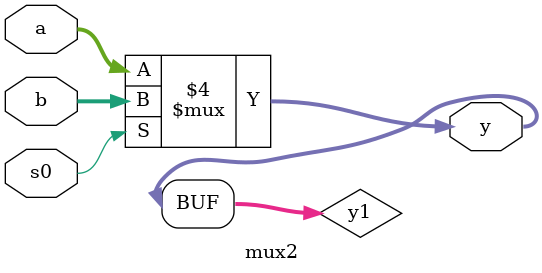
<source format=v>
module mux2(a,b,s0,y);
  parameter size_data=5;
  input [size_data-1:0] a,b;
  input s0;
  output [size_data-1:0] y;
  
  reg [size_data-1:0] y1;
  assign y=y1;
  
  always @ (s0 or a or b)
  begin
    if(!s0)
      y1<=a;
    else
      y1<=b;
  end
endmodule
</source>
